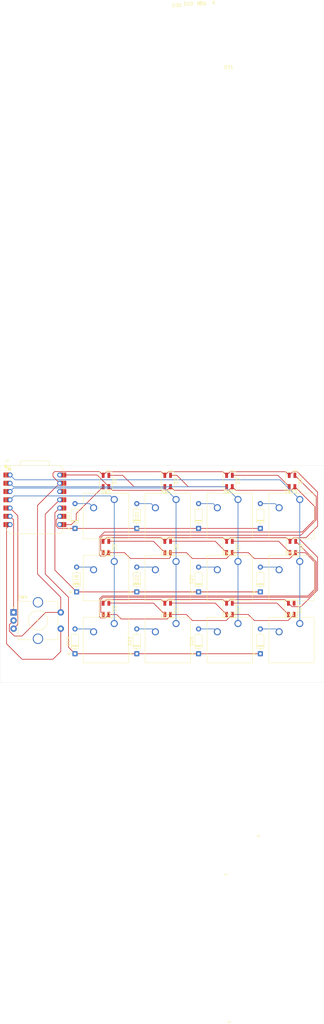
<source format=kicad_pcb>
(kicad_pcb (version 20241229) (generator "pcbnew") (generator_version "9.0")
  (layers (0 "F.Cu" signal) (2 "B.Cu" signal) (13 "F.Paste" user) (15 "B.Paste" user) (5 "F.SilkS" user "F.Silkscreen") (7 "B.SilkS" user "B.Silkscreen") (1 "F.Mask" user) (3 "B.Mask" user) (25 "Edge.Cuts" user))
  (net 0 "")
  (net 1 "+5V")
  (net 2 "GND")
  (net 3 "Net-(D1-DIN)")
  (net 4 "Net-(D1-DOUT)")
  (net 5 "Net-(D2-DOUT)")
  (net 6 "Net-(D3-DOUT)")
  (net 7 "Net-(D5-DOUT)")
  (net 8 "Net-(D6-DOUT)")
  (net 9 "Net-(D7-DOUT)")
  (net 10 "Net-(D8-DOUT)")
  (net 11 "Net-(D11-DIN)")
  (net 12 "Net-(D11-DOUT)")
  (net 13 "Net-(D13-DOUT)")
  (net 15 "Net-(D17-A)")
  (net 16 "Net-(D17-K)")
  (net 17 "Net-(D18-K)")
  (net 18 "Net-(D18-A)")
  (net 19 "Net-(D19-K)")
  (net 20 "Net-(D19-A)")
  (net 21 "Net-(D21-A)")
  (net 22 "Net-(D22-A)")
  (net 23 "Net-(D23-A)")
  (net 24 "Net-(D26-A)")
  (net 25 "Net-(D27-A)")
  (net 26 "Net-(D28-A)")
  (net 27 "Net-(D29-A)")
  (net 28 "Net-(D30-A)")
  (net 29 "Net-(D31-A)")
  (net 30 "Net-(U1-GPIO26{slash}ADC0{slash}A0)")
  (net 31 "Net-(U1-GPIO27{slash}ADC1{slash}A1)")
  (net 32 "Net-(U1-GPIO28{slash}ADC2{slash}A2)")
  (net 33 "Net-(U1-GPIO29{slash}ADC3{slash}A3)")
  (net 34 "Net-(U1-GPIO0{slash}TX)")
  (net 35 "Net-(U1-GPIO7{slash}SCL)")
  (net 37 "Net-(U1-GPIO6{slash}SDA)")
  (net 38 "Net-(D4-DOUT)")
  (footprint "Seeed Studio XIAO Series Library:XIAO-RP2040-DIP" (layer "F.Cu") (at 130.159816 51.014197)
    (property "Reference" "U1" (at -8.5 -12 0) (layer "F.SilkS") (effects (font (size 0.635 0.635) (thickness 0.1016))))
    (property "Value" "XIAO-RP2040-DIP")
    (pad "1" smd roundrect (at -8.455 -7.62 180) (size 2.432 1.524) (layers "F.Cu" "F.Mask") (roundrect_rratio 0.1) (net 30 "Net-(U1-GPIO26{slash}ADC0{slash}A0)"))
    (pad "1" thru_hole circle (at -7.62 -7.62 180) (size 1.524 1.524) (drill 0.889) (layers "*.Cu" "*.Mask") (net 30 "Net-(U1-GPIO26{slash}ADC0{slash}A0)"))
    (pad "2" smd roundrect (at -8.455 -5.08 180) (size 2.432 1.524) (layers "F.Cu" "F.Mask") (roundrect_rratio 0.1) (net 31 "Net-(U1-GPIO27{slash}ADC1{slash}A1)"))
    (pad "2" thru_hole circle (at -7.62 -5.08 180) (size 1.524 1.524) (drill 0.889) (layers "*.Cu" "*.Mask") (net 31 "Net-(U1-GPIO27{slash}ADC1{slash}A1)"))
    (pad "3" smd roundrect (at -8.455 -2.54 180) (size 2.432 1.524) (layers "F.Cu" "F.Mask") (roundrect_rratio 0.1) (net 32 "Net-(U1-GPIO28{slash}ADC2{slash}A2)"))
    (pad "3" thru_hole circle (at -7.62 -2.54 180) (size 1.524 1.524) (drill 0.889) (layers "*.Cu" "*.Mask") (net 32 "Net-(U1-GPIO28{slash}ADC2{slash}A2)"))
    (pad "4" smd roundrect (at -8.455 0 180) (size 2.432 1.524) (layers "F.Cu" "F.Mask") (roundrect_rratio 0.1) (net 33 "Net-(U1-GPIO29{slash}ADC3{slash}A3)"))
    (pad "4" thru_hole circle (at -7.62 0 180) (size 1.524 1.524) (drill 0.889) (layers "*.Cu" "*.Mask") (net 33 "Net-(U1-GPIO29{slash}ADC3{slash}A3)"))
    (pad "5" smd roundrect (at -8.455 2.54 180) (size 2.432 1.524) (layers "F.Cu" "F.Mask") (roundrect_rratio 0.1) (net 37 "Net-(U1-GPIO6{slash}SDA)"))
    (pad "5" thru_hole circle (at -7.62 2.54 180) (size 1.524 1.524) (drill 0.889) (layers "*.Cu" "*.Mask") (net 37 "Net-(U1-GPIO6{slash}SDA)"))
    (pad "6" smd roundrect (at -8.455 5.08 180) (size 2.432 1.524) (layers "F.Cu" "F.Mask") (roundrect_rratio 0.1) (net 35 "Net-(U1-GPIO7{slash}SCL)"))
    (pad "6" thru_hole circle (at -7.62 5.08 180) (size 1.524 1.524) (drill 0.889) (layers "*.Cu" "*.Mask") (net 35 "Net-(U1-GPIO7{slash}SCL)"))
    (pad "7" smd roundrect (at -8.455 7.62 180) (size 2.432 1.524) (layers "F.Cu" "F.Mask") (roundrect_rratio 0.1) (net 34 "Net-(U1-GPIO0{slash}TX)"))
    (pad "7" thru_hole circle (at -7.62 7.62 180) (size 1.524 1.524) (drill 0.889) (layers "*.Cu" "*.Mask") (net 34 "Net-(U1-GPIO0{slash}TX)"))
    (pad "8" thru_hole circle (at 7.62 7.62) (size 1.524 1.524) (drill 0.889) (layers "*.Cu" "*.Mask") (net 3 "Net-(D1-DIN)"))
    (pad "8" smd roundrect (at 8.455 7.62) (size 2.432 1.524) (layers "F.Cu" "F.Mask") (roundrect_rratio 0.1) (net 3 "Net-(D1-DIN)"))
    (pad "9" thru_hole circle (at 7.62 5.08) (size 1.524 1.524) (drill 0.889) (layers "*.Cu" "*.Mask") (net 16 "Net-(D17-K)"))
    (pad "9" smd roundrect (at 8.455 5.08) (size 2.432 1.524) (layers "F.Cu" "F.Mask") (roundrect_rratio 0.1) (net 16 "Net-(D17-K)"))
    (pad "10" thru_hole circle (at 7.62 2.54) (size 1.524 1.524) (drill 0.889) (layers "*.Cu" "*.Mask") (net 17 "Net-(D18-K)"))
    (pad "10" smd roundrect (at 8.455 2.54) (size 2.432 1.524) (layers "F.Cu" "F.Mask") (roundrect_rratio 0.1) (net 17 "Net-(D18-K)"))
    (pad "11" thru_hole circle (at 7.62 0) (size 1.524 1.524) (drill 0.889) (layers "*.Cu" "*.Mask") (net 19 "Net-(D19-K)"))
    (pad "11" smd roundrect (at 8.455 0) (size 2.432 1.524) (layers "F.Cu" "F.Mask") (roundrect_rratio 0.1) (net 19 "Net-(D19-K)"))
    (pad "12" thru_hole circle (at 7.62 -2.54) (size 1.524 1.524) (drill 0.889) (layers "*.Cu" "*.Mask"))
    (pad "12" smd roundrect (at 8.455 -2.54) (size 2.432 1.524) (layers "F.Cu" "F.Mask") (roundrect_rratio 0.1))
    (pad "13" thru_hole circle (at 7.62 -5.08) (size 1.524 1.524) (drill 0.889) (layers "*.Cu" "*.Mask") (net 2 "GND"))
    (pad "13" smd roundrect (at 8.455 -5.08) (size 2.432 1.524) (layers "F.Cu" "F.Mask") (roundrect_rratio 0.1) (net 2 "GND"))
    (pad "14" thru_hole circle (at 7.62 -7.62) (size 1.524 1.524) (drill 0.889) (layers "*.Cu" "*.Mask") (net 1 "+5V"))
    (pad "14" smd roundrect (at 8.455 -7.62) (size 2.432 1.524) (layers "F.Cu" "F.Mask") (roundrect_rratio 0.1) (net 1 "+5V"))
  )
  (footprint "LED_SMD:LED_SK6812MINI_PLCC4_3.5x3.5mm_P1.75mm" (layer "F.Cu") (at 152 65.5 -90)
    (property "Reference" "D5" (at 0 -2.75 90) (layer "F.SilkS"))
    (property "Value" "SK6812MINI")
    (fp_text user "1" (at -3.2 -0.875 270) (layer "F.SilkS") (effects (font (size 0.8 0.8))))
    (pad "1" smd rect (at -1.75 -0.875 270) (size 1.6 0.85) (layers "F.Cu" "F.Mask" "F.Paste") (net 7 "Net-(D5-DOUT)"))
    (pad "2" smd rect (at -1.75 0.875 270) (size 1.6 0.85) (layers "F.Cu" "F.Mask" "F.Paste") (net 2 "GND"))
    (pad "3" smd rect (at 1.75 0.875 270) (size 1.6 0.85) (layers "F.Cu" "F.Mask" "F.Paste") (net 38 "Net-(D4-DOUT)"))
    (pad "4" smd rect (at 1.75 -0.875 270) (size 1.6 0.85) (layers "F.Cu" "F.Mask" "F.Paste") (net 1 "+5V"))
  )
  (footprint "LED_SMD:LED_SK6812MINI_PLCC4_3.5x3.5mm_P1.75mm" (layer "F.Cu") (at 171 84.5 -90)
    (property "Reference" "D11" (at 0 -2.75 90) (layer "F.SilkS"))
    (property "Value" "SK6812MINI")
    (fp_text user "1" (at -3.2 -0.875 270) (layer "F.SilkS") (effects (font (size 0.8 0.8))))
    (pad "1" smd rect (at -1.75 -0.875 270) (size 1.6 0.85) (layers "F.Cu" "F.Mask" "F.Paste") (net 12 "Net-(D11-DOUT)"))
    (pad "2" smd rect (at -1.75 0.875 270) (size 1.6 0.85) (layers "F.Cu" "F.Mask" "F.Paste") (net 2 "GND"))
    (pad "3" smd rect (at 1.75 0.875 270) (size 1.6 0.85) (layers "F.Cu" "F.Mask" "F.Paste") (net 11 "Net-(D11-DIN)"))
    (pad "4" smd rect (at 1.75 -0.875 270) (size 1.6 0.85) (layers "F.Cu" "F.Mask" "F.Paste") (net 1 "+5V"))
  )
  (footprint "LED_SMD:LED_SK6812MINI_PLCC4_3.5x3.5mm_P1.75mm" (layer "F.Cu") (at 152.034189 45.24375 -90)
    (property "Reference" "D1" (at 0 -2.75 90) (layer "F.SilkS"))
    (property "Value" "SK6812MINI")
    (fp_text user "1" (at -3.2 -0.875 270) (layer "F.SilkS") (effects (font (size 0.8 0.8))))
    (pad "1" smd rect (at -1.75 -0.875 270) (size 1.6 0.85) (layers "F.Cu" "F.Mask" "F.Paste") (net 4 "Net-(D1-DOUT)"))
    (pad "2" smd rect (at -1.75 0.875 270) (size 1.6 0.85) (layers "F.Cu" "F.Mask" "F.Paste") (net 2 "GND"))
    (pad "3" smd rect (at 1.75 0.875 270) (size 1.6 0.85) (layers "F.Cu" "F.Mask" "F.Paste") (net 3 "Net-(D1-DIN)"))
    (pad "4" smd rect (at 1.75 -0.875 270) (size 1.6 0.85) (layers "F.Cu" "F.Mask" "F.Paste") (net 1 "+5V"))
  )
  (footprint "Diode_THT:D_DO-35_SOD27_P7.62mm_Horizontal" (layer "F.Cu") (at 142.5 98.31 90)
    (property "Reference" "D19" (at 3.81 -2.12 90) (layer "F.SilkS"))
    (property "Value" "1N4148")
    (fp_text user "K" (at 0 -1.8 90) (layer "F.SilkS"))
    (pad "1" thru_hole roundrect (at 0 0 90) (size 1.6 1.6) (drill 0.8) (layers "*.Cu" "*.Mask") (roundrect_rratio 0.15625) (net 19 "Net-(D19-K)"))
    (pad "2" thru_hole circle (at 7.62 0 90) (size 1.6 1.6) (drill 0.8) (layers "*.Cu" "*.Mask") (net 20 "Net-(D19-A)"))
  )
  (footprint "Button_Switch_Keyboard:SW_Cherry_MX_1.00u_PCB" (layer "F.Cu") (at 173.568786 69.970561)
    (property "Reference" "SW6" (at -2.54 -2.794 0) (layer "F.SilkS"))
    (property "Value" "SW_Push")
    (pad "" np_thru_hole circle (at -7.62 5.08) (size 1.7 1.7) (drill 1.7) (layers "*.Cu" "*.Mask"))
    (pad "" np_thru_hole circle (at -2.54 5.08) (size 4 4) (drill 4) (layers "*.Cu" "*.Mask"))
    (pad "" np_thru_hole circle (at 2.54 5.08) (size 1.7 1.7) (drill 1.7) (layers "*.Cu" "*.Mask"))
    (pad "1" thru_hole circle (at 0 0) (size 2.2 2.2) (drill 1.5) (layers "*.Cu" "*.Mask") (net 32 "Net-(U1-GPIO28{slash}ADC2{slash}A2)"))
    (pad "2" thru_hole circle (at -6.35 2.54) (size 2.2 2.2) (drill 1.5) (layers "*.Cu" "*.Mask") (net 22 "Net-(D22-A)"))
  )
  (footprint "LED_SMD:LED_SK6812MINI_PLCC4_3.5x3.5mm_P1.75mm" (layer "F.Cu") (at 152.028786 84.5 -90)
    (property "Reference" "D9" (at 0 -2.75 90) (layer "F.SilkS"))
    (property "Value" "SK6812MINI")
    (fp_text user "1" (at -3.2 -0.875 270) (layer "F.SilkS") (effects (font (size 0.8 0.8))))
    (pad "1" smd rect (at -1.75 -0.875 270) (size 1.6 0.85) (layers "F.Cu" "F.Mask" "F.Paste") (net 11 "Net-(D11-DIN)"))
    (pad "2" smd rect (at -1.75 0.875 270) (size 1.6 0.85) (layers "F.Cu" "F.Mask" "F.Paste") (net 2 "GND"))
    (pad "3" smd rect (at 1.75 0.875 270) (size 1.6 0.85) (layers "F.Cu" "F.Mask" "F.Paste") (net 10 "Net-(D8-DOUT)"))
    (pad "4" smd rect (at 1.75 -0.875 270) (size 1.6 0.85) (layers "F.Cu" "F.Mask" "F.Paste") (net 1 "+5V"))
  )
  (footprint "LED_SMD:LED_SK6812MINI_PLCC4_3.5x3.5mm_P1.75mm" (layer "F.Cu") (at 171 45.24375 -90)
    (property "Reference" "D2" (at 0 -2.75 90) (layer "F.SilkS"))
    (property "Value" "SK6812MINI")
    (fp_text user "1" (at -3.2 -0.875 270) (layer "F.SilkS") (effects (font (size 0.8 0.8))))
    (pad "1" smd rect (at -1.75 -0.875 270) (size 1.6 0.85) (layers "F.Cu" "F.Mask" "F.Paste") (net 5 "Net-(D2-DOUT)"))
    (pad "2" smd rect (at -1.75 0.875 270) (size 1.6 0.85) (layers "F.Cu" "F.Mask" "F.Paste") (net 2 "GND"))
    (pad "3" smd rect (at 1.75 0.875 270) (size 1.6 0.85) (layers "F.Cu" "F.Mask" "F.Paste") (net 4 "Net-(D1-DOUT)"))
    (pad "4" smd rect (at 1.75 -0.875 270) (size 1.6 0.85) (layers "F.Cu" "F.Mask" "F.Paste") (net 1 "+5V"))
  )
  (footprint "Button_Switch_Keyboard:SW_Cherry_MX_1.00u_PCB" (layer "F.Cu") (at 192.624597 69.964608)
    (property "Reference" "SW10" (at -2.79 -2.669 0) (layer "F.SilkS"))
    (property "Value" "SW_Push")
    (pad "" np_thru_hole circle (at -7.62 5.08) (size 1.7 1.7) (drill 1.7) (layers "*.Cu" "*.Mask"))
    (pad "" np_thru_hole circle (at -2.54 5.08) (size 4 4) (drill 4) (layers "*.Cu" "*.Mask"))
    (pad "" np_thru_hole circle (at 2.54 5.08) (size 1.7 1.7) (drill 1.7) (layers "*.Cu" "*.Mask"))
    (pad "1" thru_hole circle (at 0 0) (size 2.2 2.2) (drill 1.5) (layers "*.Cu" "*.Mask") (net 31 "Net-(U1-GPIO27{slash}ADC1{slash}A1)"))
    (pad "2" thru_hole circle (at -6.35 2.54) (size 2.2 2.2) (drill 1.5) (layers "*.Cu" "*.Mask") (net 25 "Net-(D27-A)"))
  )
  (footprint "Button_Switch_Keyboard:SW_Cherry_MX_1.00u_PCB" (layer "F.Cu") (at 211.62474 89.027197)
    (property "Reference" "SW15" (at -2.54 -2.794 0) (layer "F.SilkS"))
    (property "Value" "SW_Push")
    (pad "" np_thru_hole circle (at -7.62 5.08) (size 1.7 1.7) (drill 1.7) (layers "*.Cu" "*.Mask"))
    (pad "" np_thru_hole circle (at -2.54 5.08) (size 4 4) (drill 4) (layers "*.Cu" "*.Mask"))
    (pad "" np_thru_hole circle (at 2.54 5.08) (size 1.7 1.7) (drill 1.7) (layers "*.Cu" "*.Mask"))
    (pad "1" thru_hole circle (at 0 0) (size 2.2 2.2) (drill 1.5) (layers "*.Cu" "*.Mask") (net 30 "Net-(U1-GPIO26{slash}ADC0{slash}A0)"))
    (pad "2" thru_hole circle (at -6.35 2.54) (size 2.2 2.2) (drill 1.5) (layers "*.Cu" "*.Mask") (net 29 "Net-(D31-A)"))
  )
  (footprint "Diode_THT:D_DO-35_SOD27_P7.62mm_Horizontal" (layer "F.Cu") (at 199.5 98.31 90)
    (property "Reference" "D31" (at 180.175 -9.73 0) (layer "F.SilkS"))
    (property "Value" "1N4148")
    (fp_text user "K" (at 0 -1.8 90) (layer "F.SilkS"))
    (pad "1" thru_hole roundrect (at 0 0 90) (size 1.6 1.6) (drill 0.8) (layers "*.Cu" "*.Mask") (roundrect_rratio 0.15625) (net 19 "Net-(D19-K)"))
    (pad "2" thru_hole circle (at 7.62 0 90) (size 1.6 1.6) (drill 0.8) (layers "*.Cu" "*.Mask") (net 29 "Net-(D31-A)"))
  )
  (footprint "Diode_THT:D_DO-35_SOD27_P7.62mm_Horizontal" (layer "F.Cu") (at 180.5 79.31 90)
    (property "Reference" "D27" (at 3.81 -2.12 90) (layer "F.SilkS"))
    (property "Value" "1N4148")
    (fp_text user "K" (at 0 -1.8 90) (layer "F.SilkS"))
    (pad "1" thru_hole roundrect (at 0 0 90) (size 1.6 1.6) (drill 0.8) (layers "*.Cu" "*.Mask") (roundrect_rratio 0.15625) (net 17 "Net-(D18-K)"))
    (pad "2" thru_hole circle (at 7.62 0 90) (size 1.6 1.6) (drill 0.8) (layers "*.Cu" "*.Mask") (net 25 "Net-(D27-A)"))
  )
  (footprint "LED_SMD:LED_SK6812MINI_PLCC4_3.5x3.5mm_P1.75mm" (layer "F.Cu") (at 209 84.5 -90)
    (property "Reference" "D15" (at 0 -2.75 90) (layer "F.SilkS"))
    (property "Value" "SK6812MINI")
    (fp_text user "1" (at 81.668786 20.045 270) (layer "F.SilkS") (effects (font (size 0.8 0.8))))
    (pad "1" smd rect (at -1.75 -0.875 270) (size 1.6 0.85) (layers "F.Cu" "F.Mask" "F.Paste"))
    (pad "2" smd rect (at -1.75 0.875 270) (size 1.6 0.85) (layers "F.Cu" "F.Mask" "F.Paste") (net 2 "GND"))
    (pad "3" smd rect (at 1.75 0.875 270) (size 1.6 0.85) (layers "F.Cu" "F.Mask" "F.Paste") (net 13 "Net-(D13-DOUT)"))
    (pad "4" smd rect (at 1.75 -0.875 270) (size 1.6 0.85) (layers "F.Cu" "F.Mask" "F.Paste") (net 1 "+5V"))
  )
  (footprint "Diode_THT:D_DO-35_SOD27_P7.62mm_Horizontal" (layer "F.Cu") (at 142.5 59.81 90)
    (property "Reference" "D17" (at 3.81 -2.12 90) (layer "F.SilkS"))
    (property "Value" "1N4148")
    (fp_text user "K" (at 0 -1.8 90) (layer "F.SilkS"))
    (pad "1" thru_hole roundrect (at 0 0 90) (size 1.6 1.6) (drill 0.8) (layers "*.Cu" "*.Mask") (roundrect_rratio 0.15625) (net 16 "Net-(D17-K)"))
    (pad "2" thru_hole circle (at 7.62 0 90) (size 1.6 1.6) (drill 0.8) (layers "*.Cu" "*.Mask") (net 15 "Net-(D17-A)"))
  )
  (footprint "Button_Switch_Keyboard:SW_Cherry_MX_1.00u_PCB" (layer "F.Cu") (at 173.574189 50.925953)
    (property "Reference" "SW5" (at -3.074189 -2.294 0) (layer "F.SilkS"))
    (property "Value" "SW_Push")
    (pad "" np_thru_hole circle (at -7.62 5.08) (size 1.7 1.7) (drill 1.7) (layers "*.Cu" "*.Mask"))
    (pad "" np_thru_hole circle (at -2.54 5.08) (size 4 4) (drill 4) (layers "*.Cu" "*.Mask"))
    (pad "" np_thru_hole circle (at 2.54 5.08) (size 1.7 1.7) (drill 1.7) (layers "*.Cu" "*.Mask"))
    (pad "1" thru_hole circle (at 0 0) (size 2.2 2.2) (drill 1.5) (layers "*.Cu" "*.Mask") (net 32 "Net-(U1-GPIO28{slash}ADC2{slash}A2)"))
    (pad "2" thru_hole circle (at -6.35 2.54) (size 2.2 2.2) (drill 1.5) (layers "*.Cu" "*.Mask") (net 21 "Net-(D21-A)"))
  )
  (footprint "Button_Switch_Keyboard:SW_Cherry_MX_1.00u_PCB" (layer "F.Cu") (at 192.62474 89.027197)
    (property "Reference" "SW11" (at -2.54 -2.794 0) (layer "F.SilkS"))
    (property "Value" "SW_Push")
    (pad "" np_thru_hole circle (at -7.62 5.08) (size 1.7 1.7) (drill 1.7) (layers "*.Cu" "*.Mask"))
    (pad "" np_thru_hole circle (at -2.54 5.08) (size 4 4) (drill 4) (layers "*.Cu" "*.Mask"))
    (pad "" np_thru_hole circle (at 2.54 5.08) (size 1.7 1.7) (drill 1.7) (layers "*.Cu" "*.Mask"))
    (pad "1" thru_hole circle (at 0 0) (size 2.2 2.2) (drill 1.5) (layers "*.Cu" "*.Mask") (net 31 "Net-(U1-GPIO27{slash}ADC1{slash}A1)"))
    (pad "2" thru_hole circle (at -6.35 2.54) (size 2.2 2.2) (drill 1.5) (layers "*.Cu" "*.Mask") (net 24 "Net-(D26-A)"))
  )
  (footprint "LED_SMD:LED_SK6812MINI_PLCC4_3.5x3.5mm_P1.75mm" (layer "F.Cu") (at 171 65.5 -90)
    (property "Reference" "D6" (at 0 -2.75 90) (layer "F.SilkS"))
    (property "Value" "SK6812MINI")
    (fp_text user "1" (at -3.2 -0.875 270) (layer "F.SilkS") (effects (font (size 0.8 0.8))))
    (pad "1" smd rect (at -1.75 -0.875 270) (size 1.6 0.85) (layers "F.Cu" "F.Mask" "F.Paste") (net 8 "Net-(D6-DOUT)"))
    (pad "2" smd rect (at -1.75 0.875 270) (size 1.6 0.85) (layers "F.Cu" "F.Mask" "F.Paste") (net 2 "GND"))
    (pad "3" smd rect (at 1.75 0.875 270) (size 1.6 0.85) (layers "F.Cu" "F.Mask" "F.Paste") (net 7 "Net-(D5-DOUT)"))
    (pad "4" smd rect (at 1.75 -0.875 270) (size 1.6 0.85) (layers "F.Cu" "F.Mask" "F.Paste") (net 1 "+5V"))
  )
  (footprint "Button_Switch_Keyboard:SW_Cherry_MX_1.00u_PCB" (layer "F.Cu") (at 173.568929 89.03315)
    (property "Reference" "SW7" (at -2.54 -2.794 0) (layer "F.SilkS"))
    (property "Value" "SW_Push")
    (pad "" np_thru_hole circle (at -7.62 5.08) (size 1.7 1.7) (drill 1.7) (layers "*.Cu" "*.Mask"))
    (pad "" np_thru_hole circle (at -2.54 5.08) (size 4 4) (drill 4) (layers "*.Cu" "*.Mask"))
    (pad "" np_thru_hole circle (at 2.54 5.08) (size 1.7 1.7) (drill 1.7) (layers "*.Cu" "*.Mask"))
    (pad "1" thru_hole circle (at 0 0) (size 2.2 2.2) (drill 1.5) (layers "*.Cu" "*.Mask") (net 32 "Net-(U1-GPIO28{slash}ADC2{slash}A2)"))
    (pad "2" thru_hole circle (at -6.35 2.54) (size 2.2 2.2) (drill 1.5) (layers "*.Cu" "*.Mask") (net 23 "Net-(D23-A)"))
  )
  (footprint "Diode_THT:D_DO-35_SOD27_P7.62mm_Horizontal" (layer "F.Cu") (at 199.5 79.31 90)
    (property "Reference" "D30" (at 180.175 -25.68 0) (layer "F.SilkS"))
    (property "Value" "1N4148")
    (fp_text user "K" (at 0 -1.8 90) (layer "F.SilkS"))
    (pad "1" thru_hole roundrect (at 0 0 90) (size 1.6 1.6) (drill 0.8) (layers "*.Cu" "*.Mask") (roundrect_rratio 0.15625) (net 17 "Net-(D18-K)"))
    (pad "2" thru_hole circle (at 7.62 0 90) (size 1.6 1.6) (drill 0.8) (layers "*.Cu" "*.Mask") (net 28 "Net-(D30-A)"))
  )
  (footprint "Button_Switch_Keyboard:SW_Cherry_MX_1.00u_PCB" (layer "F.Cu") (at 154.574189 50.925953)
    (property "Reference" "SW1" (at -2.54 -2.294 0) (layer "F.SilkS"))
    (property "Value" "SW_Push")
    (pad "" np_thru_hole circle (at -7.62 5.08) (size 1.7 1.7) (drill 1.7) (layers "*.Cu" "*.Mask"))
    (pad "" np_thru_hole circle (at -2.54 5.08) (size 4 4) (drill 4) (layers "*.Cu" "*.Mask"))
    (pad "" np_thru_hole circle (at 2.54 5.08) (size 1.7 1.7) (drill 1.7) (layers "*.Cu" "*.Mask"))
    (pad "1" thru_hole circle (at 0 0) (size 2.2 2.2) (drill 1.5) (layers "*.Cu" "*.Mask") (net 33 "Net-(U1-GPIO29{slash}ADC3{slash}A3)"))
    (pad "2" thru_hole circle (at -6.35 2.54) (size 2.2 2.2) (drill 1.5) (layers "*.Cu" "*.Mask") (net 15 "Net-(D17-A)"))
  )
  (footprint "Diode_THT:D_DO-35_SOD27_P7.62mm_Horizontal" (layer "F.Cu") (at 180.5 59.81 90)
    (property "Reference" "D28" (at 161.175 0.92 0) (layer "F.SilkS"))
    (property "Value" "1N4148")
    (fp_text user "K" (at 161.495 4.73 0) (layer "F.SilkS"))
    (pad "1" thru_hole roundrect (at 0 0 90) (size 1.6 1.6) (drill 0.8) (layers "*.Cu" "*.Mask") (roundrect_rratio 0.15625) (net 16 "Net-(D17-K)"))
    (pad "2" thru_hole circle (at 7.62 0 90) (size 1.6 1.6) (drill 0.8) (layers "*.Cu" "*.Mask") (net 26 "Net-(D28-A)"))
  )
  (footprint "Diode_THT:D_DO-35_SOD27_P7.62mm_Horizontal" (layer "F.Cu") (at 199.5 59.81 90)
    (property "Reference" "D29" (at 161.175 -22.13 0) (layer "F.SilkS"))
    (property "Value" "1N4148")
    (fp_text user "K" (at 161.495 -18.32 0) (layer "F.SilkS"))
    (pad "1" thru_hole roundrect (at 0 0 90) (size 1.6 1.6) (drill 0.8) (layers "*.Cu" "*.Mask") (roundrect_rratio 0.15625) (net 16 "Net-(D17-K)"))
    (pad "2" thru_hole circle (at 7.62 0 90) (size 1.6 1.6) (drill 0.8) (layers "*.Cu" "*.Mask") (net 27 "Net-(D29-A)"))
  )
  (footprint "Rotary_Encoder:RotaryEncoder_Alps_EC11E-Switch_Vertical_H20mm_CircularMountingHoles" (layer "F.Cu") (at 123.6125 85.60625)
    (property "Reference" "SW4" (at 2.8 -4.7 0) (layer "F.SilkS"))
    (property "Value" "RotaryEncoder_Switch")
    (pad "A" thru_hole rect (at 0 0) (size 2 2) (drill 1) (layers "*.Cu" "*.Mask") (net 35 "Net-(U1-GPIO7{slash}SCL)"))
    (pad "B" thru_hole circle (at 0 5) (size 2 2) (drill 1) (layers "*.Cu" "*.Mask") (net 37 "Net-(U1-GPIO6{slash}SDA)"))
    (pad "C" thru_hole circle (at 0 2.5) (size 2 2) (drill 1) (layers "*.Cu" "*.Mask") (net 2 "GND"))
    (pad "MP" thru_hole circle (at 7.5 -3.1) (size 3.2 3.2) (drill 2.6) (layers "*.Cu" "*.Mask"))
    (pad "MP" thru_hole circle (at 7.5 8.1) (size 3.2 3.2) (drill 2.6) (layers "*.Cu" "*.Mask"))
    (pad "S1" thru_hole circle (at 14.5 5) (size 2 2) (drill 1) (layers "*.Cu" "*.Mask") (net 34 "Net-(U1-GPIO0{slash}TX)"))
    (pad "S2" thru_hole circle (at 14.5 0) (size 2 2) (drill 1) (layers "*.Cu" "*.Mask") (net 2 "GND"))
  )
  (footprint "Diode_THT:D_DO-35_SOD27_P7.62mm_Horizontal" (layer "F.Cu") (at 143 79.31 90)
    (property "Reference" "D18" (at 3.81 0 90) (layer "F.SilkS"))
    (property "Value" "1N4148")
    (fp_text user "K" (at 0 -1.8 90) (layer "F.SilkS"))
    (pad "1" thru_hole roundrect (at 0 0 90) (size 1.6 1.6) (drill 0.8) (layers "*.Cu" "*.Mask") (roundrect_rratio 0.15625) (net 17 "Net-(D18-K)"))
    (pad "2" thru_hole circle (at 7.62 0 90) (size 1.6 1.6) (drill 0.8) (layers "*.Cu" "*.Mask") (net 18 "Net-(D18-A)"))
  )
  (footprint "LED_SMD:LED_SK6812MINI_PLCC4_3.5x3.5mm_P1.75mm" (layer "F.Cu") (at 190 45.24375 -90)
    (property "Reference" "D3" (at 0 -2.75 90) (layer "F.SilkS"))
    (property "Value" "SK6812MINI")
    (fp_text user "1" (at -3.2 -0.875 270) (layer "F.SilkS") (effects (font (size 0.8 0.8))))
    (pad "1" smd rect (at -1.75 -0.875 270) (size 1.6 0.85) (layers "F.Cu" "F.Mask" "F.Paste") (net 6 "Net-(D3-DOUT)"))
    (pad "2" smd rect (at -1.75 0.875 270) (size 1.6 0.85) (layers "F.Cu" "F.Mask" "F.Paste") (net 2 "GND"))
    (pad "3" smd rect (at 1.75 0.875 270) (size 1.6 0.85) (layers "F.Cu" "F.Mask" "F.Paste") (net 5 "Net-(D2-DOUT)"))
    (pad "4" smd rect (at 1.75 -0.875 270) (size 1.6 0.85) (layers "F.Cu" "F.Mask" "F.Paste") (net 1 "+5V"))
  )
  (footprint "Button_Switch_Keyboard:SW_Cherry_MX_1.00u_PCB" (layer "F.Cu") (at 211.63 50.92)
    (property "Reference" "SW13" (at -2.79 -2.419 0) (layer "F.SilkS"))
    (property "Value" "SW_Push")
    (pad "" np_thru_hole circle (at -7.62 5.08) (size 1.7 1.7) (drill 1.7) (layers "*.Cu" "*.Mask"))
    (pad "" np_thru_hole circle (at -2.54 5.08) (size 4 4) (drill 4) (layers "*.Cu" "*.Mask"))
    (pad "" np_thru_hole circle (at 2.54 5.08) (size 1.7 1.7) (drill 1.7) (layers "*.Cu" "*.Mask"))
    (pad "1" thru_hole circle (at 0 0) (size 2.2 2.2) (drill 1.5) (layers "*.Cu" "*.Mask") (net 30 "Net-(U1-GPIO26{slash}ADC0{slash}A0)"))
    (pad "2" thru_hole circle (at -6.35 2.54) (size 2.2 2.2) (drill 1.5) (layers "*.Cu" "*.Mask") (net 27 "Net-(D29-A)"))
  )
  (footprint "LED_SMD:LED_SK6812MINI_PLCC4_3.5x3.5mm_P1.75mm" (layer "F.Cu") (at 190 84.5 -90)
    (property "Reference" "D13" (at 0 -2.75 90) (layer "F.SilkS"))
    (property "Value" "SK6812MINI")
    (fp_text user "1" (at -3.2 -0.875 270) (layer "F.SilkS") (effects (font (size 0.8 0.8))))
    (pad "1" smd rect (at -1.75 -0.875 270) (size 1.6 0.85) (layers "F.Cu" "F.Mask" "F.Paste") (net 13 "Net-(D13-DOUT)"))
    (pad "2" smd rect (at -1.75 0.875 270) (size 1.6 0.85) (layers "F.Cu" "F.Mask" "F.Paste") (net 2 "GND"))
    (pad "3" smd rect (at 1.75 0.875 270) (size 1.6 0.85) (layers "F.Cu" "F.Mask" "F.Paste") (net 12 "Net-(D11-DOUT)"))
    (pad "4" smd rect (at 1.75 -0.875 270) (size 1.6 0.85) (layers "F.Cu" "F.Mask" "F.Paste") (net 1 "+5V"))
  )
  (footprint "Button_Switch_Keyboard:SW_Cherry_MX_1.00u_PCB" (layer "F.Cu") (at 154.568929 89.03315)
    (property "Reference" "SW3" (at -2.54 -2.794 0) (layer "F.SilkS"))
    (property "Value" "SW_Push")
    (pad "" np_thru_hole circle (at -7.62 5.08) (size 1.7 1.7) (drill 1.7) (layers "*.Cu" "*.Mask"))
    (pad "" np_thru_hole circle (at -2.54 5.08) (size 4 4) (drill 4) (layers "*.Cu" "*.Mask"))
    (pad "" np_thru_hole circle (at 2.54 5.08) (size 1.7 1.7) (drill 1.7) (layers "*.Cu" "*.Mask"))
    (pad "1" thru_hole circle (at 0 0) (size 2.2 2.2) (drill 1.5) (layers "*.Cu" "*.Mask") (net 33 "Net-(U1-GPIO29{slash}ADC3{slash}A3)"))
    (pad "2" thru_hole circle (at -6.35 2.54) (size 2.2 2.2) (drill 1.5) (layers "*.Cu" "*.Mask") (net 20 "Net-(D19-A)"))
  )
  (footprint "LED_SMD:LED_SK6812MINI_PLCC4_3.5x3.5mm_P1.75mm" (layer "F.Cu") (at 209.25 45.24375 -90)
    (property "Reference" "D4" (at 0 -2.75 90) (layer "F.SilkS"))
    (property "Value" "SK6812MINI")
    (fp_text user "1" (at -3.2 -0.875 270) (layer "F.SilkS") (effects (font (size 0.8 0.8))))
    (pad "1" smd rect (at -1.75 -0.875 270) (size 1.6 0.85) (layers "F.Cu" "F.Mask" "F.Paste") (net 38 "Net-(D4-DOUT)"))
    (pad "2" smd rect (at -1.75 0.875 270) (size 1.6 0.85) (layers "F.Cu" "F.Mask" "F.Paste") (net 2 "GND"))
    (pad "3" smd rect (at 1.75 0.875 270) (size 1.6 0.85) (layers "F.Cu" "F.Mask" "F.Paste") (net 6 "Net-(D3-DOUT)"))
    (pad "4" smd rect (at 1.75 -0.875 270) (size 1.6 0.85) (layers "F.Cu" "F.Mask" "F.Paste") (net 1 "+5V"))
  )
  (footprint "Button_Switch_Keyboard:SW_Cherry_MX_1.00u_PCB" (layer "F.Cu") (at 211.624597 69.964608)
    (property "Reference" "SW14" (at -2.54 -2.794 0) (layer "F.SilkS"))
    (property "Value" "SW_Push")
    (pad "" np_thru_hole circle (at -7.62 5.08) (size 1.7 1.7) (drill 1.7) (layers "*.Cu" "*.Mask"))
    (pad "" np_thru_hole circle (at -2.54 5.08) (size 4 4) (drill 4) (layers "*.Cu" "*.Mask"))
    (pad "" np_thru_hole circle (at 2.54 5.08) (size 1.7 1.7) (drill 1.7) (layers "*.Cu" "*.Mask"))
    (pad "1" thru_hole circle (at 0 0) (size 2.2 2.2) (drill 1.5) (layers "*.Cu" "*.Mask") (net 30 "Net-(U1-GPIO26{slash}ADC0{slash}A0)"))
    (pad "2" thru_hole circle (at -6.35 2.54) (size 2.2 2.2) (drill 1.5) (layers "*.Cu" "*.Mask") (net 28 "Net-(D30-A)"))
  )
  (footprint "Diode_THT:D_DO-35_SOD27_P7.62mm_Horizontal" (layer "F.Cu") (at 161.5 59.81 90)
    (property "Reference" "D21" (at 3.81 0 90) (layer "F.SilkS"))
    (property "Value" "1N4148")
    (fp_text user "K" (at 0 0.32 90) (layer "F.SilkS"))
    (pad "1" thru_hole roundrect (at 0 0 90) (size 1.6 1.6) (drill 0.8) (layers "*.Cu" "*.Mask") (roundrect_rratio 0.15625) (net 16 "Net-(D17-K)"))
    (pad "2" thru_hole circle (at 7.62 0 90) (size 1.6 1.6) (drill 0.8) (layers "*.Cu" "*.Mask") (net 21 "Net-(D21-A)"))
  )
  (footprint "Button_Switch_Keyboard:SW_Cherry_MX_1.00u_PCB" (layer "F.Cu") (at 192.63 50.92)
    (property "Reference" "SW9" (at -3.074189 -2.294 0) (layer "F.SilkS"))
    (property "Value" "SW_Push")
    (pad "" np_thru_hole circle (at -7.62 5.08) (size 1.7 1.7) (drill 1.7) (layers "*.Cu" "*.Mask"))
    (pad "" np_thru_hole circle (at -2.54 5.08) (size 4 4) (drill 4) (layers "*.Cu" "*.Mask"))
    (pad "" np_thru_hole circle (at 2.54 5.08) (size 1.7 1.7) (drill 1.7) (layers "*.Cu" "*.Mask"))
    (pad "1" thru_hole circle (at 0 0) (size 2.2 2.2) (drill 1.5) (layers "*.Cu" "*.Mask") (net 31 "Net-(U1-GPIO27{slash}ADC1{slash}A1)"))
    (pad "2" thru_hole circle (at -6.35 2.54) (size 2.2 2.2) (drill 1.5) (layers "*.Cu" "*.Mask") (net 26 "Net-(D28-A)"))
  )
  (footprint "LED_SMD:LED_SK6812MINI_PLCC4_3.5x3.5mm_P1.75mm" (layer "F.Cu") (at 190 65.5 -90)
    (property "Reference" "D7" (at 0 -2.75 90) (layer "F.SilkS"))
    (property "Value" "SK6812MINI")
    (fp_text user "1" (at 146.02 0.045 270) (layer "F.SilkS") (effects (font (size 0.8 0.8))))
    (pad "1" smd rect (at -1.75 -0.875 270) (size 1.6 0.85) (layers "F.Cu" "F.Mask" "F.Paste") (net 9 "Net-(D7-DOUT)"))
    (pad "2" smd rect (at -1.75 0.875 270) (size 1.6 0.85) (layers "F.Cu" "F.Mask" "F.Paste") (net 2 "GND"))
    (pad "3" smd rect (at 1.75 0.875 270) (size 1.6 0.85) (layers "F.Cu" "F.Mask" "F.Paste") (net 8 "Net-(D6-DOUT)"))
    (pad "4" smd rect (at 1.75 -0.875 270) (size 1.6 0.85) (layers "F.Cu" "F.Mask" "F.Paste") (net 1 "+5V"))
  )
  (footprint "Diode_THT:D_DO-35_SOD27_P7.62mm_Horizontal" (layer "F.Cu") (at 161.5 98.31 90)
    (property "Reference" "D23" (at 3.81 -2.12 90) (layer "F.SilkS"))
    (property "Value" "1N4148")
    (fp_text user "K" (at 0 -1.8 90) (layer "F.SilkS"))
    (pad "1" thru_hole roundrect (at 0 0 90) (size 1.6 1.6) (drill 0.8) (layers "*.Cu" "*.Mask") (roundrect_rratio 0.15625) (net 19 "Net-(D19-K)"))
    (pad "2" thru_hole circle (at 7.62 0 90) (size 1.6 1.6) (drill 0.8) (layers "*.Cu" "*.Mask") (net 23 "Net-(D23-A)"))
  )
  (footprint "LED_SMD:LED_SK6812MINI_PLCC4_3.5x3.5mm_P1.75mm" (layer "F.Cu") (at 209.5 65.5 -90)
    (property "Reference" "D8" (at 0 -2.75 90) (layer "F.SilkS"))
    (property "Value" "SK6812MINI")
    (fp_text user "1" (at 88.86 10.545 270) (layer "F.SilkS") (effects (font (size 0.8 0.8))))
    (pad "1" smd rect (at -1.75 -0.875 270) (size 1.6 0.85) (layers "F.Cu" "F.Mask" "F.Paste") (net 10 "Net-(D8-DOUT)"))
    (pad "2" smd rect (at -1.75 0.875 270) (size 1.6 0.85) (layers "F.Cu" "F.Mask" "F.Paste") (net 2 "GND"))
    (pad "3" smd rect (at 1.75 0.875 270) (size 1.6 0.85) (layers "F.Cu" "F.Mask" "F.Paste") (net 9 "Net-(D7-DOUT)"))
    (pad "4" smd rect (at 1.75 -0.875 270) (size 1.6 0.85) (layers "F.Cu" "F.Mask" "F.Paste") (net 1 "+5V"))
  )
  (footprint "Diode_THT:D_DO-35_SOD27_P7.62mm_Horizontal" (layer "F.Cu") (at 161.5 79.31 90)
    (property "Reference" "D22" (at 3.81 0 90) (layer "F.SilkS"))
    (property "Value" "1N4148")
    (fp_text user "K" (at 0 -1.8 90) (layer "F.SilkS"))
    (pad "1" thru_hole roundrect (at 0 0 90) (size 1.6 1.6) (drill 0.8) (layers "*.Cu" "*.Mask") (roundrect_rratio 0.15625) (net 17 "Net-(D18-K)"))
    (pad "2" thru_hole circle (at 7.62 0 90) (size 1.6 1.6) (drill 0.8) (layers "*.Cu" "*.Mask") (net 22 "Net-(D22-A)"))
  )
  (footprint "Button_Switch_Keyboard:SW_Cherry_MX_1.00u_PCB" (layer "F.Cu") (at 154.568786 69.970561)
    (property "Reference" "SW2" (at -2.54 -2.794 0) (layer "F.SilkS"))
    (property "Value" "SW_Push")
    (pad "" np_thru_hole circle (at -7.62 5.08) (size 1.7 1.7) (drill 1.7) (layers "*.Cu" "*.Mask"))
    (pad "" np_thru_hole circle (at -2.54 5.08) (size 4 4) (drill 4) (layers "*.Cu" "*.Mask"))
    (pad "" np_thru_hole circle (at 2.54 5.08) (size 1.7 1.7) (drill 1.7) (layers "*.Cu" "*.Mask"))
    (pad "1" thru_hole circle (at 0 0) (size 2.2 2.2) (drill 1.5) (layers "*.Cu" "*.Mask") (net 33 "Net-(U1-GPIO29{slash}ADC3{slash}A3)"))
    (pad "2" thru_hole circle (at -6.35 2.54) (size 2.2 2.2) (drill 1.5) (layers "*.Cu" "*.Mask") (net 18 "Net-(D18-A)"))
  )
  (footprint "Diode_THT:D_DO-35_SOD27_P7.62mm_Horizontal" (layer "F.Cu") (at 180.5 98.31 90)
    (property "Reference" "D26" (at 3.81 -2.12 90) (layer "F.SilkS"))
    (property "Value" "1N4148")
    (fp_text user "K" (at 0 -1.8 90) (layer "F.SilkS"))
    (pad "1" thru_hole roundrect (at 0 0 90) (size 1.6 1.6) (drill 0.8) (layers "*.Cu" "*.Mask") (roundrect_rratio 0.15625) (net 19 "Net-(D19-K)"))
    (pad "2" thru_hole circle (at 7.62 0 90) (size 1.6 1.6) (drill 0.8) (layers "*.Cu" "*.Mask") (net 24 "Net-(D26-A)"))
  )
  (gr_rect (start 119.457172 40.436941) (end 219.075 107.15625) (stroke (width 0.05)) (fill no) (layer "Edge.Cuts"))
  (segment (start 149.998 62.4829) (end 151.5699 60.911) (width 0.2) (layer "F.Cu") (net 1))
  (segment (start 178.59375 69.05625) (end 189.06875 69.05625) (width 0.2) (layer "F.Cu") (net 1))
  (segment (start 190.875 86.25) (end 195.7875 86.25) (width 0.2) (layer "F.Cu") (net 1))
  (segment (start 172.976 48.09475) (end 189.774 48.09475) (width 0.2) (layer "F.Cu") (net 1))
  (segment (start 191.976 48.09475) (end 209.024 48.09475) (width 0.2) (layer "F.Cu") (net 1))
  (segment (start 152.909189 46.99375) (end 149.309636 43.394197) (width 0.2) (layer "F.Cu") (net 1))
  (segment (start 171.875 68.63125) (end 171.875 67.25) (width 0.2) (layer "F.Cu") (net 1))
  (segment (start 150.026786 81.4829) (end 150.948186 80.5615) (width 0.2) (layer "F.Cu") (net 1))
  (segment (start 216.29275 78.41515) (end 216.29275 70.23485) (width 0.2) (layer "F.Cu") (net 1))
  (segment (start 171.875 86.25) (end 176.7375 86.25) (width 0.2) (layer "F.Cu") (net 1))
  (segment (start 170.774 48.09475) (end 171.875 46.99375) (width 0.2) (layer "F.Cu") (net 1))
  (segment (start 213.3079 67.25) (end 210.375 67.25) (width 0.2) (layer "F.Cu") (net 1))
  (segment (start 216.29275 56.9839) (end 216.29275 53.1615) (width 0.2) (layer "F.Cu") (net 1))
  (segment (start 157.6366 87.63215) (end 170.86785 87.63215) (width 0.2) (layer "F.Cu") (net 1))
  (segment (start 216.29275 53.1615) (end 210.125 46.99375) (width 0.2) (layer "F.Cu") (net 1))
  (segment (start 152.875 67.25) (end 157.7375 67.25) (width 0.2) (layer "F.Cu") (net 1))
  (segment (start 149.998 67.95) (end 149.998 62.4829) (width 0.2) (layer "F.Cu") (net 1))
  (segment (start 197.64375 69.05625) (end 208.56875 69.05625) (width 0.2) (layer "F.Cu") (net 1))
  (segment (start 150.948186 80.5615) (end 214.1464 80.5615) (width 0.2) (layer "F.Cu") (net 1))
  (segment (start 189.06875 69.05625) (end 190.875 67.25) (width 0.2) (layer "F.Cu") (net 1))
  (segment (start 209.024 48.09475) (end 210.125 46.99375) (width 0.2) (layer "F.Cu") (net 1))
  (segment (start 150.427786 87.351) (end 150.026786 86.95) (width 0.2) (layer "F.Cu") (net 1))
  (segment (start 176.7875 67.25) (end 178.59375 69.05625) (width 0.2) (layer "F.Cu") (net 1))
  (segment (start 151.5699 60.911) (end 212.36565 60.911) (width 0.2) (layer "F.Cu") (net 1))
  (segment (start 195.8375 67.25) (end 197.64375 69.05625) (width 0.2) (layer "F.Cu") (net 1))
  (segment (start 197.64375 88.10625) (end 208.01875 88.10625) (width 0.2) (layer "F.Cu") (net 1))
  (segment (start 190.875 67.25) (end 195.8375 67.25) (width 0.2) (layer "F.Cu") (net 1))
  (segment (start 149.309636 43.394197) (end 138.614816 43.394197) (width 0.2) (layer "F.Cu") (net 1))
  (segment (start 171.45 69.05625) (end 171.875 68.63125) (width 0.2) (layer "F.Cu") (net 1))
  (segment (start 214.1464 80.5615) (end 216.29275 78.41515) (width 0.2) (layer "F.Cu") (net 1))
  (segment (start 190.875 86.25) (end 189.01875 88.10625) (width 0.2) (layer "F.Cu") (net 1))
  (segment (start 159.54375 69.05625) (end 171.45 69.05625) (width 0.2) (layer "F.Cu") (net 1))
  (segment (start 216.29275 70.23485) (end 213.3079 67.25) (width 0.2) (layer "F.Cu") (net 1))
  (segment (start 195.7875 86.25) (end 197.64375 88.10625) (width 0.2) (layer "F.Cu") (net 1))
  (segment (start 152.875 67.25) (end 151.774 68.351) (width 0.2) (layer "F.Cu") (net 1))
  (segment (start 208.56875 69.05625) (end 210.375 67.25) (width 0.2) (layer "F.Cu") (net 1))
  (segment (start 152.909189 46.99375) (end 154.010189 48.09475) (width 0.2) (layer "F.Cu") (net 1))
  (segment (start 171.875 67.25) (end 176.7875 67.25) (width 0.2) (layer "F.Cu") (net 1))
  (segment (start 176.7375 86.25) (end 178.59375 88.10625) (width 0.2) (layer "F.Cu") (net 1))
  (segment (start 154.010189 48.09475) (end 170.774 48.09475) (width 0.2) (layer "F.Cu") (net 1))
  (segment (start 171.875 46.99375) (end 172.976 48.09475) (width 0.2) (layer "F.Cu") (net 1))
  (segment (start 152.903786 86.25) (end 151.802786 87.351) (width 0.2) (layer "F.Cu") (net 1))
  (segment (start 208.01875 88.10625) (end 209.875 86.25) (width 0.2) (layer "F.Cu") (net 1))
  (segment (start 189.774 48.09475) (end 190.875 46.99375) (width 0.2) (layer "F.Cu") (net 1))
  (segment (start 151.774 68.351) (end 150.399 68.351) (width 0.2) (layer "F.Cu") (net 1))
  (segment (start 212.36565 60.911) (end 216.29275 56.9839) (width 0.2) (layer "F.Cu") (net 1))
  (segment (start 189.01875 88.10625) (end 178.59375 88.10625) (width 0.2) (layer "F.Cu") (net 1))
  (segment (start 150.399 68.351) (end 149.998 67.95) (width 0.2) (layer "F.Cu") (net 1))
  (segment (start 170.86785 87.63215) (end 171.875 86.625) (width 0.2) (layer "F.Cu") (net 1))
  (segment (start 152.903786 86.25) (end 155.30625 86.25) (width 0.2) (layer "F.Cu") (net 1))
  (segment (start 151.802786 87.351) (end 150.427786 87.351) (width 0.2) (layer "F.Cu") (net 1))
  (segment (start 150.026786 86.95) (end 150.026786 81.4829) (width 0.2) (layer "F.Cu") (net 1))
  (segment (start 171.875 86.625) (end 171.875 86.25) (width 0.2) (layer "F.Cu") (net 1))
  (segment (start 157.7375 67.25) (end 159.54375 69.05625) (width 0.2) (layer "F.Cu") (net 1))
  (segment (start 190.875 46.99375) (end 191.976 48.09475) (width 0.2) (layer "F.Cu") (net 1))
  (segment (start 156.6884 87.63215) (end 157.6366 87.63215) (width 0.2) (layer "F.Cu") (net 1))
  (segment (start 155.30625 86.25) (end 156.6884 87.63215) (width 0.2) (layer "F.Cu") (net 1))
  (segment (start 169.024 62.649) (end 170.125 63.75) (width 0.2) (layer "F.Cu") (net 2))
  (segment (start 123.825 92.86875) (end 126.20625 92.86875) (width 0.2) (layer "F.Cu") (net 2))
  (segment (start 138.1125 80.9625) (end 130.96875 73.81875) (width 0.2) (layer "F.Cu") (net 2))
  (segment (start 135.73125 43.885631) (end 135.73125 42.8625) (width 0.2) (layer "F.Cu") (net 2))
  (segment (start 217.09475 78.74735) (end 211.9911 83.851) (width 0.2) (layer "F.Cu") (net 2))
  (segment (start 190.226 42.39275) (end 207.274 42.39275) (width 0.2) (layer "F.Cu") (net 2))
  (segment (start 189.125 63.75) (end 190.226 62.649) (width 0.2) (layer "F.Cu") (net 2))
  (segment (start 152.226 62.649) (end 169.024 62.649) (width 0.2) (layer "F.Cu") (net 2))
  (segment (start 151.153786 82.75) (end 152.254786 81.649) (width 0.2) (layer "F.Cu") (net 2))
  (segment (start 123.6125 88.10625) (end 122.3115 89.40725) (width 0.2) (layer "F.Cu") (net 2))
  (segment (start 188.024 81.649) (end 189.125 82.75) (width 0.2) (layer "F.Cu") (net 2))
  (segment (start 190.226 81.649) (end 207.024 81.649) (width 0.2) (layer "F.Cu") (net 2))
  (segment (start 189.125 82.75) (end 190.226 81.649) (width 0.2) (layer "F.Cu") (net 2))
  (segment (start 213.576 62.649) (end 209.726 62.649) (width 0.2) (layer "F.Cu") (net 2))
  (segment (start 217.09475 59.13025) (end 213.576 62.649) (width 0.2) (layer "F.Cu") (net 2))
  (segment (start 189.125 43.49375) (end 190.226 42.39275) (width 0.2) (layer "F.Cu") (net 2))
  (segment (start 151.125 63.75) (end 152.226 62.649) (width 0.2) (layer "F.Cu") (net 2))
  (segment (start 169.024 42.39275) (end 170.125 43.49375) (width 0.2) (layer "F.Cu") (net 2))
  (segment (start 210.851 42.39275) (end 217.09475 48.6365) (width 0.2) (layer "F.Cu") (net 2))
  (segment (start 208.375 43.49375) (end 209.476 42.39275) (width 0.2) (layer "F.Cu") (net 2))
  (segment (start 171.226 81.649) (end 188.024 81.649) (width 0.2) (layer "F.Cu") (net 2))
  (segment (start 188.024 42.39275) (end 189.125 43.49375) (width 0.2) (layer "F.Cu") (net 2))
  (segment (start 122.3115 91.35525) (end 123.825 92.86875) (width 0.2) (layer "F.Cu") (net 2))
  (segment (start 169.024 81.649) (end 170.125 82.75) (width 0.2) (layer "F.Cu") (net 2))
  (segment (start 190.226 62.649) (end 207.524 62.649) (width 0.2) (layer "F.Cu") (net 2))
  (segment (start 208.625 63.75) (end 209.726 62.649) (width 0.2) (layer "F.Cu") (net 2))
  (segment (start 136.262553 42.331197) (end 149.996636 42.331197) (width 0.2) (layer "F.Cu") (net 2))
  (segment (start 188.024 62.649) (end 189.125 63.75) (width 0.2) (layer "F.Cu") (net 2))
  (segment (start 170.125 82.75) (end 171.226 81.649) (width 0.2) (layer "F.Cu") (net 2))
  (segment (start 135.73125 42.8625) (end 136.262553 42.331197) (width 0.2) (layer "F.Cu") (net 2))
  (segment (start 130.96875 73.81875) (end 130.96875 52.745263) (width 0.2) (layer "F.Cu") (net 2))
  (segment (start 209.726 62.649) (end 211.101 62.649) (width 0.2) (layer "F.Cu") (net 2))
  (segment (start 207.024 81.649) (end 208.125 82.75) (width 0.2) (layer "F.Cu") (net 2))
  (segment (start 149.996636 42.331197) (end 151.159189 43.49375) (width 0.2) (layer "F.Cu") (net 2))
  (segment (start 137.779816 45.934197) (end 135.73125 43.885631) (width 0.2) (layer "F.Cu") (net 2))
  (segment (start 152.260189 42.39275) (end 169.024 42.39275) (width 0.2) (layer "F.Cu") (net 2))
  (segment (start 217.09475 68.64275) (end 217.09475 78.74735) (width 0.2) (layer "F.Cu") (net 2))
  (segment (start 152.254786 81.649) (end 169.024 81.649) (width 0.2) (layer "F.Cu") (net 2))
  (segment (start 138.1125 85.60625) (end 133.46875 85.60625) (width 0.2) (layer "F.Cu") (net 2))
  (segment (start 171.226 42.39275) (end 188.024 42.39275) (width 0.2) (layer "F.Cu") (net 2))
  (segment (start 133.46875 85.60625) (end 126.20625 92.86875) (width 0.2) (layer "F.Cu") (net 2))
  (segment (start 211.101 62.649) (end 217.09475 68.64275) (width 0.2) (layer "F.Cu") (net 2))
  (segment (start 209.226 83.851) (end 208.125 82.75) (width 0.2) (layer "F.Cu") (net 2))
  (segment (start 151.159189 43.49375) (end 152.260189 42.39275) (width 0.2) (layer "F.Cu") (net 2))
  (segment (start 207.274 42.39275) (end 208.375 43.49375) (width 0.2) (layer "F.Cu") (net 2))
  (segment (start 211.9911 83.851) (end 209.226 83.851) (width 0.2) (layer "F.Cu") (net 2))
  (segment (start 122.3115 89.40725) (end 122.3115 91.35525) (width 0.2) (layer "F.Cu") (net 2))
  (segment (start 138.1125 85.60625) (end 138.1125 80.9625) (width 0.2) (layer "F.Cu") (net 2))
  (segment (start 171.226 62.649) (end 188.024 62.649) (width 0.2) (layer "F.Cu") (net 2))
  (segment (start 207.524 62.649) (end 208.625 63.75) (width 0.2) (layer "F.Cu") (net 2))
  (segment (start 217.09475 48.6365) (end 217.09475 59.13025) (width 0.2) (layer "F.Cu") (net 2))
  (segment (start 170.125 63.75) (end 171.226 62.649) (width 0.2) (layer "F.Cu") (net 2))
  (segment (start 170.125 43.49375) (end 171.226 42.39275) (width 0.2) (layer "F.Cu") (net 2))
  (segment (start 209.476 42.39275) (end 210.851 42.39275) (width 0.2) (layer "F.Cu") (net 2))
  (segment (start 130.96875 52.745263) (end 137.779816 45.934197) (width 0.2) (layer "F.Cu") (net 2))
  (segment (start 142.875 57.15) (end 141.390803 58.634197) (width 0.2) (layer "F.Cu") (net 3))
  (segment (start 142.875 55.277939) (end 142.875 57.15) (width 0.2) (layer "F.Cu") (net 3))
  (segment (start 151.159189 46.99375) (end 142.875 55.277939) (width 0.2) (layer "F.Cu") (net 3))
  (segment (start 141.390803 58.634197) (end 138.614816 58.634197) (width 0.2) (layer "F.Cu") (net 3))
  (segment (start 157.1625 43.49375) (end 160.6625 46.99375) (width 0.2) (layer "F.Cu") (net 4))
  (segment (start 160.6625 46.99375) (end 170.125 46.99375) (width 0.2) (layer "F.Cu") (net 4))
  (segment (start 152.909189 43.49375) (end 157.1625 43.49375) (width 0.2) (layer "F.Cu") (net 4))
  (segment (start 171.875 43.49375) (end 173.83125 43.49375) (width 0.2) (layer "F.Cu") (net 5))
  (segment (start 173.83125 43.49375) (end 177.33125 46.99375) (width 0.2) (layer "F.Cu") (net 5))
  (segment (start 177.33125 46.99375) (end 189.125 46.99375) (width 0.2) (layer "F.Cu") (net 5))
  (segment (start 204.875 43.49375) (end 208.375 46.99375) (width 0.2) (layer "F.Cu") (net 6))
  (segment (start 190.875 43.49375) (end 204.875 43.49375) (width 0.2) (layer "F.Cu") (net 6))
  (segment (start 152.875 63.75) (end 166.625 63.75) (width 0.2) (layer "F.Cu") (net 7))
  (segment (start 166.625 63.75) (end 170.125 67.25) (width 0.2) (layer "F.Cu") (net 7))
  (segment (start 171.875 63.75) (end 185.625 63.75) (width 0.2) (layer "F.Cu") (net 8))
  (segment (start 185.625 63.75) (end 189.125 67.25) (width 0.2) (layer "F.Cu") (net 8))
  (segment (start 205.125 63.75) (end 208.625 67.25) (width 0.2) (layer "F.Cu") (net 9))
  (segment (start 190.875 63.75) (end 205.125 63.75) (width 0.2) (layer "F.Cu") (net 9))
  (segment (start 216.69375 70.06875) (end 216.69375 78.58125) (width 0.2) (layer "F.Cu") (net 10))
  (segment (start 151.114286 80.9625) (end 150.427786 81.649) (width 0.2) (layer "F.Cu") (net 10))
  (segment (start 214.3125 80.9625) (end 151.114286 80.9625) (width 0.2) (layer "F.Cu") (net 10))
  (segment (start 150.427786 81.649) (end 150.427786 85.524) (width 0.2) (layer "F.Cu") (net 10))
  (segment (start 210.375 63.75) (end 216.69375 70.06875) (width 0.2) (layer "F.Cu") (net 10))
  (segment (start 216.69375 78.58125) (end 214.3125 80.9625) (width 0.2) (layer "F.Cu") (net 10))
  (segment (start 150.427786 85.524) (end 151.153786 86.25) (width 0.2) (layer "F.Cu") (net 10))
  (segment (start 152.903786 82.75) (end 166.625 82.75) (width 0.2) (layer "F.Cu") (net 11))
  (segment (start 166.625 82.75) (end 170.125 86.25) (width 0.2) (layer "F.Cu") (net 11))
  (segment (start 185.625 82.75) (end 189.125 86.25) (width 0.2) (layer "F.Cu") (net 12))
  (segment (start 171.875 82.75) (end 185.625 82.75) (width 0.2) (layer "F.Cu") (net 12))
  (segment (start 204.625 82.75) (end 208.125 86.25) (width 0.2) (layer "F.Cu") (net 13))
  (segment (start 190.875 82.75) (end 204.625 82.75) (width 0.2) (layer "F.Cu") (net 13))
  (segment (start 142.5 52.19) (end 146.948236 52.19) (width 0.2) (layer "B.Cu") (net 15))
  (segment (start 146.948236 52.19) (end 148.224189 53.465953) (width 0.2) (layer "B.Cu") (net 15))
  (segment (start 142.5 59.81) (end 137.452309 59.81) (width 0.2) (layer "F.Cu") (net 16))
  (segment (start 137.452309 59.81) (end 136.716816 59.074507) (width 0.2) (layer "F.Cu") (net 16))
  (segment (start 142.5 59.81) (end 199.5 59.81) (width 0.2) (layer "F.Cu") (net 16))
  (segment (start 136.716816 57.157197) (end 137.779816 56.094197) (width 0.2) (layer "F.Cu") (net 16))
  (segment (start 136.716816 59.074507) (end 136.716816 57.157197) (width 0.2) (layer "F.Cu") (net 16))
  (segment (start 143 79.31) (end 161.5 79.31) (width 0.2) (layer "F.Cu") (net 17))
  (segment (start 136.315816 55.018197) (end 137.779816 53.554197) (width 0.2) (layer "F.Cu") (net 17))
  (segment (start 143 79.31) (end 136.315816 72.625816) (width 0.2) (layer "F.Cu") (net 17))
  (segment (start 161.5 79.31) (end 180.5 79.31) (width 0.2) (layer "F.Cu") (net 17))
  (segment (start 161.5 79.31) (end 199.5 79.31) (width 0.2) (layer "F.Cu") (net 17))
  (segment (start 136.315816 72.625816) (end 136.315816 55.018197) (width 0.2) (layer "F.Cu") (net 17))
  (segment (start 180.5 79.31) (end 199.5 79.31) (width 0.2) (layer "F.Cu") (net 17))
  (segment (start 143 71.69) (end 147.398225 71.69) (width 0.2) (layer "B.Cu") (net 18))
  (segment (start 147.398225 71.69) (end 148.218786 72.510561) (width 0.2) (layer "B.Cu") (net 18))
  (segment (start 140.49375 80.9625) (end 133.35 73.81875) (width 0.2) (layer "F.Cu") (net 19))
  (segment (start 140.49375 96.30375) (end 140.49375 80.9625) (width 0.2) (layer "F.Cu") (net 19))
  (segment (start 142.5 98.31) (end 199.5 98.31) (width 0.2) (layer "F.Cu") (net 19))
  (segment (start 133.35 73.81875) (end 133.35 55.444013) (width 0.2) (layer "F.Cu") (net 19))
  (segment (start 137.779816 51.014197) (end 133.35 55.444013) (width 0.2) (layer "F.Cu") (net 19))
  (segment (start 142.5 98.31) (end 140.49375 96.30375) (width 0.2) (layer "F.Cu") (net 19))
  (segment (start 142.5 90.69) (end 147.335779 90.69) (width 0.2) (layer "B.Cu") (net 20))
  (segment (start 147.335779 90.69) (end 148.218929 91.57315) (width 0.2) (layer "B.Cu") (net 20))
  (segment (start 161.5 52.19) (end 165.948236 52.19) (width 0.2) (layer "B.Cu") (net 21))
  (segment (start 165.948236 52.19) (end 167.224189 53.465953) (width 0.2) (layer "B.Cu") (net 21))
  (segment (start 166.398225 71.69) (end 167.218786 72.510561) (width 0.2) (layer "B.Cu") (net 22))
  (segment (start 161.5 71.69) (end 166.398225 71.69) (width 0.2) (layer "B.Cu") (net 22))
  (segment (start 161.5 90.69) (end 166.335779 90.69) (width 0.2) (layer "B.Cu") (net 23))
  (segment (start 166.335779 90.69) (end 167.218929 91.57315) (width 0.2) (layer "B.Cu") (net 23))
  (segment (start 180.5 90.69) (end 185.397543 90.69) (width 0.2) (layer "B.Cu") (net 24))
  (segment (start 185.397543 90.69) (end 186.27474 91.567197) (width 0.2) (layer "B.Cu") (net 24))
  (segment (start 185.459989 71.69) (end 186.274597 72.504608) (width 0.2) (layer "B.Cu") (net 25))
  (segment (start 180.5 71.69) (end 185.459989 71.69) (width 0.2) (layer "B.Cu") (net 25))
  (segment (start 185.01 52.19) (end 186.28 53.46) (width 0.2) (layer "B.Cu") (net 26))
  (segment (start 180.5 52.19) (end 185.01 52.19) (width 0.2) (layer "B.Cu") (net 26))
  (segment (start 199.5 52.19) (end 204.01 52.19) (width 0.2) (layer "B.Cu") (net 27))
  (segment (start 204.01 52.19) (end 205.28 53.46) (width 0.2) (layer "B.Cu") (net 27))
  (segment (start 199.5 71.69) (end 204.459989 71.69) (width 0.2) (layer "B.Cu") (net 28))
  (segment (start 204.459989 71.69) (end 205.274597 72.504608) (width 0.2) (layer "B.Cu") (net 28))
  (segment (start 199.5 90.69) (end 204.397543 90.69) (width 0.2) (layer "B.Cu") (net 29))
  (segment (start 204.397543 90.69) (end 205.27474 91.567197) (width 0.2) (layer "B.Cu") (net 29))
  (segment (start 211.63 50.92) (end 205.581197 44.871197) (width 0.2) (layer "B.Cu") (net 30))
  (segment (start 205.581197 44.871197) (end 124.016816 44.871197) (width 0.2) (layer "B.Cu") (net 30))
  (segment (start 211.63 50.92) (end 211.63 89.021937) (width 0.2) (layer "B.Cu") (net 30))
  (segment (start 211.63 89.021937) (end 211.62474 89.027197) (width 0.2) (layer "B.Cu") (net 30))
  (segment (start 124.016816 44.871197) (end 122.539816 43.394197) (width 0.2) (layer "B.Cu") (net 30))
  (segment (start 192.63 50.92) (end 188.720197 47.010197) (width 0.2) (layer "B.Cu") (net 31))
  (segment (start 188.720197 47.010197) (end 123.615816 47.010197) (width 0.2) (layer "B.Cu") (net 31))
  (segment (start 192.63 50.92) (end 192.62474 50.92526) (width 0.2) (layer "B.Cu") (net 31))
  (segment (start 192.62474 50.92526) (end 192.62474 89.027197) (width 0.2) (layer "B.Cu") (net 31))
  (segment (start 123.615816 47.010197) (end 122.539816 45.934197) (width 0.2) (layer "B.Cu") (net 31))
  (segment (start 123.602816 47.411197) (end 122.539816 48.474197) (width 0.2) (layer "B.Cu") (net 32))
  (segment (start 173.574189 50.925953) (end 173.574189 76.457061) (width 0.2) (layer "B.Cu") (net 32))
  (segment (start 173.574189 50.925953) (end 170.059433 47.411197) (width 0.2) (layer "B.Cu") (net 32))
  (segment (start 173.574189 76.457061) (end 173.568929 76.462321) (width 0.2) (layer "B.Cu") (net 32))
  (segment (start 170.059433 47.411197) (end 123.602816 47.411197) (width 0.2) (layer "B.Cu") (net 32))
  (segment (start 173.568929 76.462321) (end 173.568929 89.03315) (width 0.2) (layer "B.Cu") (net 32))
  (segment (start 153.47419 49.825954) (end 123.728059 49.825954) (width 0.2) (layer "B.Cu") (net 33))
  (segment (start 154.574189 50.925953) (end 153.47419 49.825954) (width 0.2) (layer "B.Cu") (net 33))
  (segment (start 154.574189 50.925953) (end 154.574189 89.02789) (width 0.2) (layer "B.Cu") (net 33))
  (segment (start 123.728059 49.825954) (end 122.539816 51.014197) (width 0.2) (layer "B.Cu") (net 33))
  (segment (start 154.574189 89.02789) (end 154.568929 89.03315) (width 0.2) (layer "B.Cu") (net 33))
  (segment (start 126.20625 100.0125) (end 121.44375 95.25) (width 0.2) (layer "F.Cu") (net 34))
  (segment (start 135.73125 100.0125) (end 126.20625 100.0125) (width 0.2) (layer "F.Cu") (net 34))
  (segment (start 121.44375 59.730263) (end 122.539816 58.634197) (width 0.2) (layer "F.Cu") (net 34))
  (segment (start 138.1125 90.60625) (end 138.1125 97.63125) (width 0.2) (layer "F.Cu") (net 34))
  (segment (start 138.1125 97.63125) (end 135.73125 100.0125) (width 0.2) (layer "F.Cu") (net 34))
  (segment (start 121.44375 95.25) (end 121.44375 59.730263) (width 0.2) (layer "F.Cu") (net 34))
  (segment (start 123.6125 85.60625) (end 123.6125 57.166881) (width 0.2) (layer "F.Cu") (net 35))
  (segment (start 123.6125 57.166881) (end 122.539816 56.094197) (width 0.2) (layer "F.Cu") (net 35))
  (segment (start 123.6125 90.60625) (end 124.9135 89.30525) (width 0.2) (layer "F.Cu") (net 37))
  (segment (start 124.9135 55.927881) (end 122.539816 53.554197) (width 0.2) (layer "F.Cu") (net 37))
  (segment (start 124.9135 89.30525) (end 124.9135 55.927881) (width 0.2) (layer "F.Cu") (net 37))
  (segment (start 210.125 43.49375) (end 215.371 48.73975) (width 0.2) (layer "F.Cu") (net 38))
  (segment (start 215.371 48.73975) (end 215.42725 48.73975) (width 0.2) (layer "F.Cu") (net 38))
  (segment (start 211.93125 61.9125) (end 151.1355 61.9125) (width 0.2) (layer "F.Cu") (net 38))
  (segment (start 150.399 62.649) (end 150.399 66.524) (width 0.2) (layer "F.Cu") (net 38))
  (segment (start 150.399 66.524) (end 151.125 67.25) (width 0.2) (layer "F.Cu") (net 38))
  (segment (start 216.69375 50.00625) (end 216.69375 57.15) (width 0.2) (layer "F.Cu") (net 38))
  (segment (start 151.1355 61.9125) (end 150.399 62.649) (width 0.2) (layer "F.Cu") (net 38))
  (segment (start 215.42725 48.73975) (end 216.69375 50.00625) (width 0.2) (layer "F.Cu") (net 38))
  (segment (start 216.69375 57.15) (end 211.93125 61.9125) (width 0.2) (layer "F.Cu") (net 38))
)
</source>
